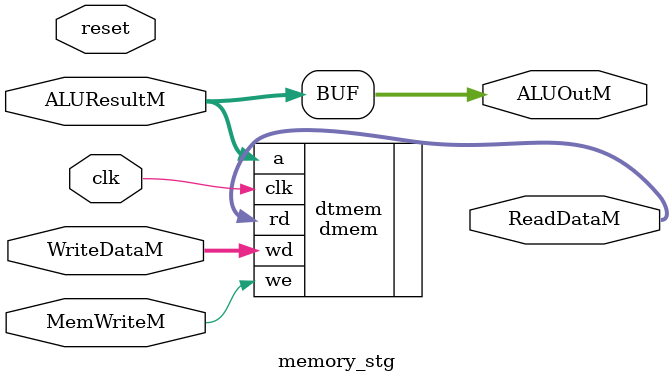
<source format=v>
`timescale 1ns / 1ps

module memory_stg(
    clk,
    reset, 
    MemWriteM,
    ALUResultM, 
    WriteDataM, 
    ALUOutM, 
    ReadDataM
    );
    
input wire clk;
input wire reset;
input wire MemWriteM;
input wire [31:0] ALUResultM;
input wire [31:0] WriteDataM;
output wire [31:0] ALUOutM;
output wire [31:0] ReadDataM;
    
dmem dtmem(
    .clk(clk),
    .we(MemWriteM),
    .a(ALUResultM),
    .wd(WriteDataM),
    .rd(ReadDataM)
);

assign ALUOutM = ALUResultM;

endmodule

</source>
